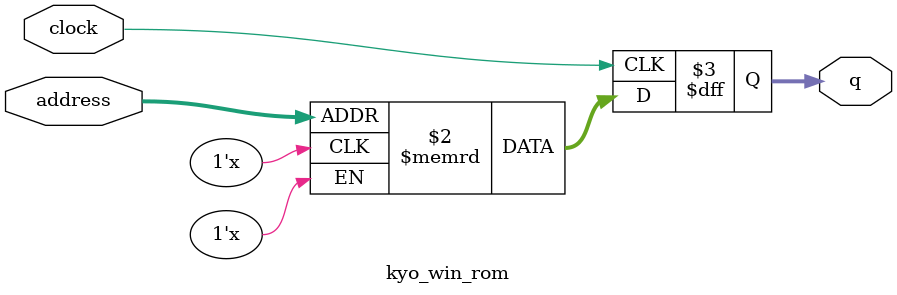
<source format=sv>
module kyo_win_rom (
	input logic clock,
	input logic [13:0] address,
	output logic [3:0] q
);

logic [3:0] memory [0:8959] /* synthesis ram_init_file = "./kyo_win/kyo_win.COE" */;

always_ff @ (posedge clock) begin
	q <= memory[address];
end

endmodule

</source>
